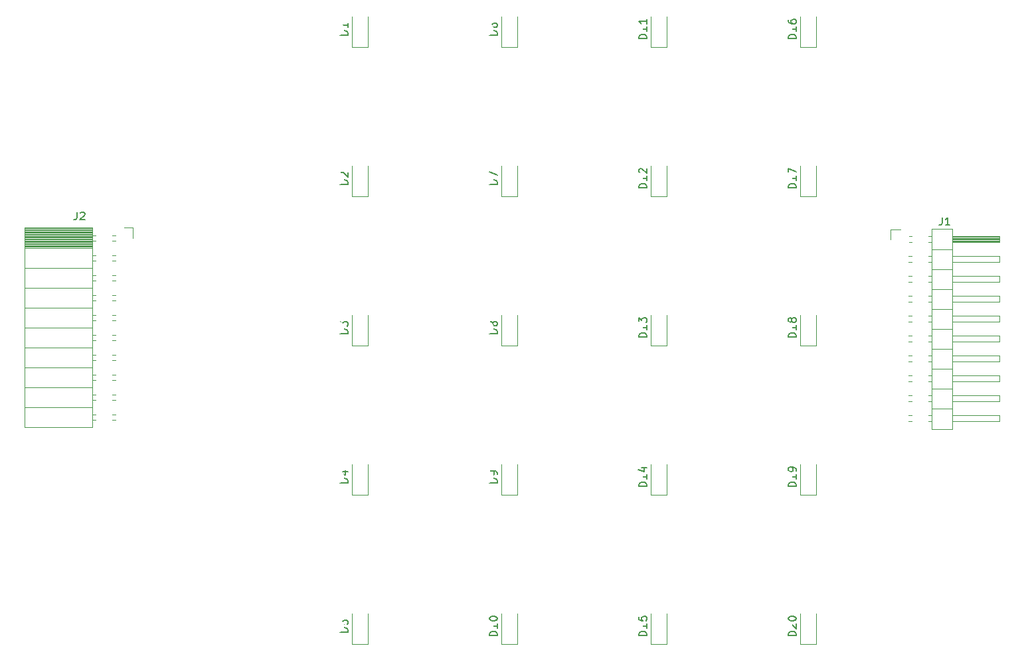
<source format=gto>
G04 #@! TF.GenerationSoftware,KiCad,Pcbnew,(6.0.9)*
G04 #@! TF.CreationDate,2023-03-10T16:48:27-06:00*
G04 #@! TF.ProjectId,Number Pad,4e756d62-6572-4205-9061-642e6b696361,rev?*
G04 #@! TF.SameCoordinates,Original*
G04 #@! TF.FileFunction,Legend,Top*
G04 #@! TF.FilePolarity,Positive*
%FSLAX46Y46*%
G04 Gerber Fmt 4.6, Leading zero omitted, Abs format (unit mm)*
G04 Created by KiCad (PCBNEW (6.0.9)) date 2023-03-10 16:48:27*
%MOMM*%
%LPD*%
G01*
G04 APERTURE LIST*
%ADD10C,0.150000*%
%ADD11C,0.120000*%
%ADD12C,3.987800*%
%ADD13C,1.750000*%
%ADD14R,1.200000X0.900000*%
%ADD15R,1.700000X1.700000*%
%ADD16O,1.700000X1.700000*%
G04 APERTURE END LIST*
D10*
X75446130Y-25344345D02*
X74446130Y-25344345D01*
X74446130Y-25106250D01*
X74493750Y-24963392D01*
X74588988Y-24868154D01*
X74684226Y-24820535D01*
X74874702Y-24772916D01*
X75017559Y-24772916D01*
X75208035Y-24820535D01*
X75303273Y-24868154D01*
X75398511Y-24963392D01*
X75446130Y-25106250D01*
X75446130Y-25344345D01*
X74446130Y-23915773D02*
X74446130Y-24106250D01*
X74493750Y-24201488D01*
X74541369Y-24249107D01*
X74684226Y-24344345D01*
X74874702Y-24391964D01*
X75255654Y-24391964D01*
X75350892Y-24344345D01*
X75398511Y-24296726D01*
X75446130Y-24201488D01*
X75446130Y-24011011D01*
X75398511Y-23915773D01*
X75350892Y-23868154D01*
X75255654Y-23820535D01*
X75017559Y-23820535D01*
X74922321Y-23868154D01*
X74874702Y-23915773D01*
X74827083Y-24011011D01*
X74827083Y-24201488D01*
X74874702Y-24296726D01*
X74922321Y-24344345D01*
X75017559Y-24391964D01*
X113546130Y-102020535D02*
X112546130Y-102020535D01*
X112546130Y-101782440D01*
X112593750Y-101639583D01*
X112688988Y-101544345D01*
X112784226Y-101496726D01*
X112974702Y-101449107D01*
X113117559Y-101449107D01*
X113308035Y-101496726D01*
X113403273Y-101544345D01*
X113498511Y-101639583D01*
X113546130Y-101782440D01*
X113546130Y-102020535D01*
X112641369Y-101068154D02*
X112593750Y-101020535D01*
X112546130Y-100925297D01*
X112546130Y-100687202D01*
X112593750Y-100591964D01*
X112641369Y-100544345D01*
X112736607Y-100496726D01*
X112831845Y-100496726D01*
X112974702Y-100544345D01*
X113546130Y-101115773D01*
X113546130Y-100496726D01*
X112546130Y-99877678D02*
X112546130Y-99782440D01*
X112593750Y-99687202D01*
X112641369Y-99639583D01*
X112736607Y-99591964D01*
X112927083Y-99544345D01*
X113165178Y-99544345D01*
X113355654Y-99591964D01*
X113450892Y-99639583D01*
X113498511Y-99687202D01*
X113546130Y-99782440D01*
X113546130Y-99877678D01*
X113498511Y-99972916D01*
X113450892Y-100020535D01*
X113355654Y-100068154D01*
X113165178Y-100115773D01*
X112927083Y-100115773D01*
X112736607Y-100068154D01*
X112641369Y-100020535D01*
X112593750Y-99972916D01*
X112546130Y-99877678D01*
X75446130Y-63444345D02*
X74446130Y-63444345D01*
X74446130Y-63206250D01*
X74493750Y-63063392D01*
X74588988Y-62968154D01*
X74684226Y-62920535D01*
X74874702Y-62872916D01*
X75017559Y-62872916D01*
X75208035Y-62920535D01*
X75303273Y-62968154D01*
X75398511Y-63063392D01*
X75446130Y-63206250D01*
X75446130Y-63444345D01*
X74874702Y-62301488D02*
X74827083Y-62396726D01*
X74779464Y-62444345D01*
X74684226Y-62491964D01*
X74636607Y-62491964D01*
X74541369Y-62444345D01*
X74493750Y-62396726D01*
X74446130Y-62301488D01*
X74446130Y-62111011D01*
X74493750Y-62015773D01*
X74541369Y-61968154D01*
X74636607Y-61920535D01*
X74684226Y-61920535D01*
X74779464Y-61968154D01*
X74827083Y-62015773D01*
X74874702Y-62111011D01*
X74874702Y-62301488D01*
X74922321Y-62396726D01*
X74969940Y-62444345D01*
X75065178Y-62491964D01*
X75255654Y-62491964D01*
X75350892Y-62444345D01*
X75398511Y-62396726D01*
X75446130Y-62301488D01*
X75446130Y-62111011D01*
X75398511Y-62015773D01*
X75350892Y-61968154D01*
X75255654Y-61920535D01*
X75065178Y-61920535D01*
X74969940Y-61968154D01*
X74922321Y-62015773D01*
X74874702Y-62111011D01*
X56396130Y-63444345D02*
X55396130Y-63444345D01*
X55396130Y-63206250D01*
X55443750Y-63063392D01*
X55538988Y-62968154D01*
X55634226Y-62920535D01*
X55824702Y-62872916D01*
X55967559Y-62872916D01*
X56158035Y-62920535D01*
X56253273Y-62968154D01*
X56348511Y-63063392D01*
X56396130Y-63206250D01*
X56396130Y-63444345D01*
X55396130Y-62539583D02*
X55396130Y-61920535D01*
X55777083Y-62253869D01*
X55777083Y-62111011D01*
X55824702Y-62015773D01*
X55872321Y-61968154D01*
X55967559Y-61920535D01*
X56205654Y-61920535D01*
X56300892Y-61968154D01*
X56348511Y-62015773D01*
X56396130Y-62111011D01*
X56396130Y-62396726D01*
X56348511Y-62491964D01*
X56300892Y-62539583D01*
X132162916Y-48617380D02*
X132162916Y-49331666D01*
X132115297Y-49474523D01*
X132020059Y-49569761D01*
X131877202Y-49617380D01*
X131781964Y-49617380D01*
X133162916Y-49617380D02*
X132591488Y-49617380D01*
X132877202Y-49617380D02*
X132877202Y-48617380D01*
X132781964Y-48760238D01*
X132686726Y-48855476D01*
X132591488Y-48903095D01*
X56396130Y-82494345D02*
X55396130Y-82494345D01*
X55396130Y-82256250D01*
X55443750Y-82113392D01*
X55538988Y-82018154D01*
X55634226Y-81970535D01*
X55824702Y-81922916D01*
X55967559Y-81922916D01*
X56158035Y-81970535D01*
X56253273Y-82018154D01*
X56348511Y-82113392D01*
X56396130Y-82256250D01*
X56396130Y-82494345D01*
X55729464Y-81065773D02*
X56396130Y-81065773D01*
X55348511Y-81303869D02*
X56062797Y-81541964D01*
X56062797Y-80922916D01*
X94496130Y-102020535D02*
X93496130Y-102020535D01*
X93496130Y-101782440D01*
X93543750Y-101639583D01*
X93638988Y-101544345D01*
X93734226Y-101496726D01*
X93924702Y-101449107D01*
X94067559Y-101449107D01*
X94258035Y-101496726D01*
X94353273Y-101544345D01*
X94448511Y-101639583D01*
X94496130Y-101782440D01*
X94496130Y-102020535D01*
X94496130Y-100496726D02*
X94496130Y-101068154D01*
X94496130Y-100782440D02*
X93496130Y-100782440D01*
X93638988Y-100877678D01*
X93734226Y-100972916D01*
X93781845Y-101068154D01*
X93496130Y-99591964D02*
X93496130Y-100068154D01*
X93972321Y-100115773D01*
X93924702Y-100068154D01*
X93877083Y-99972916D01*
X93877083Y-99734821D01*
X93924702Y-99639583D01*
X93972321Y-99591964D01*
X94067559Y-99544345D01*
X94305654Y-99544345D01*
X94400892Y-99591964D01*
X94448511Y-99639583D01*
X94496130Y-99734821D01*
X94496130Y-99972916D01*
X94448511Y-100068154D01*
X94400892Y-100115773D01*
X113546130Y-25820535D02*
X112546130Y-25820535D01*
X112546130Y-25582440D01*
X112593750Y-25439583D01*
X112688988Y-25344345D01*
X112784226Y-25296726D01*
X112974702Y-25249107D01*
X113117559Y-25249107D01*
X113308035Y-25296726D01*
X113403273Y-25344345D01*
X113498511Y-25439583D01*
X113546130Y-25582440D01*
X113546130Y-25820535D01*
X113546130Y-24296726D02*
X113546130Y-24868154D01*
X113546130Y-24582440D02*
X112546130Y-24582440D01*
X112688988Y-24677678D01*
X112784226Y-24772916D01*
X112831845Y-24868154D01*
X112546130Y-23439583D02*
X112546130Y-23630059D01*
X112593750Y-23725297D01*
X112641369Y-23772916D01*
X112784226Y-23868154D01*
X112974702Y-23915773D01*
X113355654Y-23915773D01*
X113450892Y-23868154D01*
X113498511Y-23820535D01*
X113546130Y-23725297D01*
X113546130Y-23534821D01*
X113498511Y-23439583D01*
X113450892Y-23391964D01*
X113355654Y-23344345D01*
X113117559Y-23344345D01*
X113022321Y-23391964D01*
X112974702Y-23439583D01*
X112927083Y-23534821D01*
X112927083Y-23725297D01*
X112974702Y-23820535D01*
X113022321Y-23868154D01*
X113117559Y-23915773D01*
X113546130Y-82970535D02*
X112546130Y-82970535D01*
X112546130Y-82732440D01*
X112593750Y-82589583D01*
X112688988Y-82494345D01*
X112784226Y-82446726D01*
X112974702Y-82399107D01*
X113117559Y-82399107D01*
X113308035Y-82446726D01*
X113403273Y-82494345D01*
X113498511Y-82589583D01*
X113546130Y-82732440D01*
X113546130Y-82970535D01*
X113546130Y-81446726D02*
X113546130Y-82018154D01*
X113546130Y-81732440D02*
X112546130Y-81732440D01*
X112688988Y-81827678D01*
X112784226Y-81922916D01*
X112831845Y-82018154D01*
X113546130Y-80970535D02*
X113546130Y-80780059D01*
X113498511Y-80684821D01*
X113450892Y-80637202D01*
X113308035Y-80541964D01*
X113117559Y-80494345D01*
X112736607Y-80494345D01*
X112641369Y-80541964D01*
X112593750Y-80589583D01*
X112546130Y-80684821D01*
X112546130Y-80875297D01*
X112593750Y-80970535D01*
X112641369Y-81018154D01*
X112736607Y-81065773D01*
X112974702Y-81065773D01*
X113069940Y-81018154D01*
X113117559Y-80970535D01*
X113165178Y-80875297D01*
X113165178Y-80684821D01*
X113117559Y-80589583D01*
X113069940Y-80541964D01*
X112974702Y-80494345D01*
X113546130Y-44870535D02*
X112546130Y-44870535D01*
X112546130Y-44632440D01*
X112593750Y-44489583D01*
X112688988Y-44394345D01*
X112784226Y-44346726D01*
X112974702Y-44299107D01*
X113117559Y-44299107D01*
X113308035Y-44346726D01*
X113403273Y-44394345D01*
X113498511Y-44489583D01*
X113546130Y-44632440D01*
X113546130Y-44870535D01*
X113546130Y-43346726D02*
X113546130Y-43918154D01*
X113546130Y-43632440D02*
X112546130Y-43632440D01*
X112688988Y-43727678D01*
X112784226Y-43822916D01*
X112831845Y-43918154D01*
X112546130Y-43013392D02*
X112546130Y-42346726D01*
X113546130Y-42775297D01*
X75446130Y-102020535D02*
X74446130Y-102020535D01*
X74446130Y-101782440D01*
X74493750Y-101639583D01*
X74588988Y-101544345D01*
X74684226Y-101496726D01*
X74874702Y-101449107D01*
X75017559Y-101449107D01*
X75208035Y-101496726D01*
X75303273Y-101544345D01*
X75398511Y-101639583D01*
X75446130Y-101782440D01*
X75446130Y-102020535D01*
X75446130Y-100496726D02*
X75446130Y-101068154D01*
X75446130Y-100782440D02*
X74446130Y-100782440D01*
X74588988Y-100877678D01*
X74684226Y-100972916D01*
X74731845Y-101068154D01*
X74446130Y-99877678D02*
X74446130Y-99782440D01*
X74493750Y-99687202D01*
X74541369Y-99639583D01*
X74636607Y-99591964D01*
X74827083Y-99544345D01*
X75065178Y-99544345D01*
X75255654Y-99591964D01*
X75350892Y-99639583D01*
X75398511Y-99687202D01*
X75446130Y-99782440D01*
X75446130Y-99877678D01*
X75398511Y-99972916D01*
X75350892Y-100020535D01*
X75255654Y-100068154D01*
X75065178Y-100115773D01*
X74827083Y-100115773D01*
X74636607Y-100068154D01*
X74541369Y-100020535D01*
X74493750Y-99972916D01*
X74446130Y-99877678D01*
X113546130Y-63920535D02*
X112546130Y-63920535D01*
X112546130Y-63682440D01*
X112593750Y-63539583D01*
X112688988Y-63444345D01*
X112784226Y-63396726D01*
X112974702Y-63349107D01*
X113117559Y-63349107D01*
X113308035Y-63396726D01*
X113403273Y-63444345D01*
X113498511Y-63539583D01*
X113546130Y-63682440D01*
X113546130Y-63920535D01*
X113546130Y-62396726D02*
X113546130Y-62968154D01*
X113546130Y-62682440D02*
X112546130Y-62682440D01*
X112688988Y-62777678D01*
X112784226Y-62872916D01*
X112831845Y-62968154D01*
X112974702Y-61825297D02*
X112927083Y-61920535D01*
X112879464Y-61968154D01*
X112784226Y-62015773D01*
X112736607Y-62015773D01*
X112641369Y-61968154D01*
X112593750Y-61920535D01*
X112546130Y-61825297D01*
X112546130Y-61634821D01*
X112593750Y-61539583D01*
X112641369Y-61491964D01*
X112736607Y-61444345D01*
X112784226Y-61444345D01*
X112879464Y-61491964D01*
X112927083Y-61539583D01*
X112974702Y-61634821D01*
X112974702Y-61825297D01*
X113022321Y-61920535D01*
X113069940Y-61968154D01*
X113165178Y-62015773D01*
X113355654Y-62015773D01*
X113450892Y-61968154D01*
X113498511Y-61920535D01*
X113546130Y-61825297D01*
X113546130Y-61634821D01*
X113498511Y-61539583D01*
X113450892Y-61491964D01*
X113355654Y-61444345D01*
X113165178Y-61444345D01*
X113069940Y-61491964D01*
X113022321Y-61539583D01*
X112974702Y-61634821D01*
X94496130Y-82970535D02*
X93496130Y-82970535D01*
X93496130Y-82732440D01*
X93543750Y-82589583D01*
X93638988Y-82494345D01*
X93734226Y-82446726D01*
X93924702Y-82399107D01*
X94067559Y-82399107D01*
X94258035Y-82446726D01*
X94353273Y-82494345D01*
X94448511Y-82589583D01*
X94496130Y-82732440D01*
X94496130Y-82970535D01*
X94496130Y-81446726D02*
X94496130Y-82018154D01*
X94496130Y-81732440D02*
X93496130Y-81732440D01*
X93638988Y-81827678D01*
X93734226Y-81922916D01*
X93781845Y-82018154D01*
X93829464Y-80589583D02*
X94496130Y-80589583D01*
X93448511Y-80827678D02*
X94162797Y-81065773D01*
X94162797Y-80446726D01*
X94496130Y-63920535D02*
X93496130Y-63920535D01*
X93496130Y-63682440D01*
X93543750Y-63539583D01*
X93638988Y-63444345D01*
X93734226Y-63396726D01*
X93924702Y-63349107D01*
X94067559Y-63349107D01*
X94258035Y-63396726D01*
X94353273Y-63444345D01*
X94448511Y-63539583D01*
X94496130Y-63682440D01*
X94496130Y-63920535D01*
X94496130Y-62396726D02*
X94496130Y-62968154D01*
X94496130Y-62682440D02*
X93496130Y-62682440D01*
X93638988Y-62777678D01*
X93734226Y-62872916D01*
X93781845Y-62968154D01*
X93496130Y-62063392D02*
X93496130Y-61444345D01*
X93877083Y-61777678D01*
X93877083Y-61634821D01*
X93924702Y-61539583D01*
X93972321Y-61491964D01*
X94067559Y-61444345D01*
X94305654Y-61444345D01*
X94400892Y-61491964D01*
X94448511Y-61539583D01*
X94496130Y-61634821D01*
X94496130Y-61920535D01*
X94448511Y-62015773D01*
X94400892Y-62063392D01*
X75446130Y-82494345D02*
X74446130Y-82494345D01*
X74446130Y-82256250D01*
X74493750Y-82113392D01*
X74588988Y-82018154D01*
X74684226Y-81970535D01*
X74874702Y-81922916D01*
X75017559Y-81922916D01*
X75208035Y-81970535D01*
X75303273Y-82018154D01*
X75398511Y-82113392D01*
X75446130Y-82256250D01*
X75446130Y-82494345D01*
X75446130Y-81446726D02*
X75446130Y-81256250D01*
X75398511Y-81161011D01*
X75350892Y-81113392D01*
X75208035Y-81018154D01*
X75017559Y-80970535D01*
X74636607Y-80970535D01*
X74541369Y-81018154D01*
X74493750Y-81065773D01*
X74446130Y-81161011D01*
X74446130Y-81351488D01*
X74493750Y-81446726D01*
X74541369Y-81494345D01*
X74636607Y-81541964D01*
X74874702Y-81541964D01*
X74969940Y-81494345D01*
X75017559Y-81446726D01*
X75065178Y-81351488D01*
X75065178Y-81161011D01*
X75017559Y-81065773D01*
X74969940Y-81018154D01*
X74874702Y-80970535D01*
X21866666Y-47938630D02*
X21866666Y-48652916D01*
X21819047Y-48795773D01*
X21723809Y-48891011D01*
X21580952Y-48938630D01*
X21485714Y-48938630D01*
X22295238Y-48033869D02*
X22342857Y-47986250D01*
X22438095Y-47938630D01*
X22676190Y-47938630D01*
X22771428Y-47986250D01*
X22819047Y-48033869D01*
X22866666Y-48129107D01*
X22866666Y-48224345D01*
X22819047Y-48367202D01*
X22247619Y-48938630D01*
X22866666Y-48938630D01*
X56396130Y-101544345D02*
X55396130Y-101544345D01*
X55396130Y-101306250D01*
X55443750Y-101163392D01*
X55538988Y-101068154D01*
X55634226Y-101020535D01*
X55824702Y-100972916D01*
X55967559Y-100972916D01*
X56158035Y-101020535D01*
X56253273Y-101068154D01*
X56348511Y-101163392D01*
X56396130Y-101306250D01*
X56396130Y-101544345D01*
X55396130Y-100068154D02*
X55396130Y-100544345D01*
X55872321Y-100591964D01*
X55824702Y-100544345D01*
X55777083Y-100449107D01*
X55777083Y-100211011D01*
X55824702Y-100115773D01*
X55872321Y-100068154D01*
X55967559Y-100020535D01*
X56205654Y-100020535D01*
X56300892Y-100068154D01*
X56348511Y-100115773D01*
X56396130Y-100211011D01*
X56396130Y-100449107D01*
X56348511Y-100544345D01*
X56300892Y-100591964D01*
X94496130Y-44870535D02*
X93496130Y-44870535D01*
X93496130Y-44632440D01*
X93543750Y-44489583D01*
X93638988Y-44394345D01*
X93734226Y-44346726D01*
X93924702Y-44299107D01*
X94067559Y-44299107D01*
X94258035Y-44346726D01*
X94353273Y-44394345D01*
X94448511Y-44489583D01*
X94496130Y-44632440D01*
X94496130Y-44870535D01*
X94496130Y-43346726D02*
X94496130Y-43918154D01*
X94496130Y-43632440D02*
X93496130Y-43632440D01*
X93638988Y-43727678D01*
X93734226Y-43822916D01*
X93781845Y-43918154D01*
X93591369Y-42965773D02*
X93543750Y-42918154D01*
X93496130Y-42822916D01*
X93496130Y-42584821D01*
X93543750Y-42489583D01*
X93591369Y-42441964D01*
X93686607Y-42394345D01*
X93781845Y-42394345D01*
X93924702Y-42441964D01*
X94496130Y-43013392D01*
X94496130Y-42394345D01*
X56396130Y-25344345D02*
X55396130Y-25344345D01*
X55396130Y-25106250D01*
X55443750Y-24963392D01*
X55538988Y-24868154D01*
X55634226Y-24820535D01*
X55824702Y-24772916D01*
X55967559Y-24772916D01*
X56158035Y-24820535D01*
X56253273Y-24868154D01*
X56348511Y-24963392D01*
X56396130Y-25106250D01*
X56396130Y-25344345D01*
X56396130Y-23820535D02*
X56396130Y-24391964D01*
X56396130Y-24106250D02*
X55396130Y-24106250D01*
X55538988Y-24201488D01*
X55634226Y-24296726D01*
X55681845Y-24391964D01*
X56396130Y-44394345D02*
X55396130Y-44394345D01*
X55396130Y-44156250D01*
X55443750Y-44013392D01*
X55538988Y-43918154D01*
X55634226Y-43870535D01*
X55824702Y-43822916D01*
X55967559Y-43822916D01*
X56158035Y-43870535D01*
X56253273Y-43918154D01*
X56348511Y-44013392D01*
X56396130Y-44156250D01*
X56396130Y-44394345D01*
X55491369Y-43441964D02*
X55443750Y-43394345D01*
X55396130Y-43299107D01*
X55396130Y-43061011D01*
X55443750Y-42965773D01*
X55491369Y-42918154D01*
X55586607Y-42870535D01*
X55681845Y-42870535D01*
X55824702Y-42918154D01*
X56396130Y-43489583D01*
X56396130Y-42870535D01*
X94496130Y-25820535D02*
X93496130Y-25820535D01*
X93496130Y-25582440D01*
X93543750Y-25439583D01*
X93638988Y-25344345D01*
X93734226Y-25296726D01*
X93924702Y-25249107D01*
X94067559Y-25249107D01*
X94258035Y-25296726D01*
X94353273Y-25344345D01*
X94448511Y-25439583D01*
X94496130Y-25582440D01*
X94496130Y-25820535D01*
X94496130Y-24296726D02*
X94496130Y-24868154D01*
X94496130Y-24582440D02*
X93496130Y-24582440D01*
X93638988Y-24677678D01*
X93734226Y-24772916D01*
X93781845Y-24868154D01*
X94496130Y-23344345D02*
X94496130Y-23915773D01*
X94496130Y-23630059D02*
X93496130Y-23630059D01*
X93638988Y-23725297D01*
X93734226Y-23820535D01*
X93781845Y-23915773D01*
X75446130Y-44394345D02*
X74446130Y-44394345D01*
X74446130Y-44156250D01*
X74493750Y-44013392D01*
X74588988Y-43918154D01*
X74684226Y-43870535D01*
X74874702Y-43822916D01*
X75017559Y-43822916D01*
X75208035Y-43870535D01*
X75303273Y-43918154D01*
X75398511Y-44013392D01*
X75446130Y-44156250D01*
X75446130Y-44394345D01*
X74446130Y-43489583D02*
X74446130Y-42822916D01*
X75446130Y-43251488D01*
D11*
X75993750Y-26856250D02*
X75993750Y-22956250D01*
X75993750Y-26856250D02*
X77993750Y-26856250D01*
X77993750Y-26856250D02*
X77993750Y-22956250D01*
X114093750Y-103056250D02*
X114093750Y-99156250D01*
X116093750Y-103056250D02*
X116093750Y-99156250D01*
X114093750Y-103056250D02*
X116093750Y-103056250D01*
X77993750Y-64956250D02*
X77993750Y-61056250D01*
X75993750Y-64956250D02*
X75993750Y-61056250D01*
X75993750Y-64956250D02*
X77993750Y-64956250D01*
X56943750Y-64956250D02*
X58943750Y-64956250D01*
X58943750Y-64956250D02*
X58943750Y-61056250D01*
X56943750Y-64956250D02*
X56943750Y-61056250D01*
X127884179Y-53595000D02*
X128338321Y-53595000D01*
X139481250Y-53595000D02*
X139481250Y-54355000D01*
X139481250Y-64515000D02*
X133481250Y-64515000D01*
X130424179Y-61215000D02*
X130821250Y-61215000D01*
X139481250Y-58675000D02*
X139481250Y-59435000D01*
X127884179Y-59435000D02*
X128338321Y-59435000D01*
X139481250Y-67055000D02*
X133481250Y-67055000D01*
X127884179Y-74675000D02*
X128338321Y-74675000D01*
X133481250Y-51355000D02*
X139481250Y-51355000D01*
X130424179Y-63755000D02*
X130821250Y-63755000D01*
X127884179Y-54355000D02*
X128338321Y-54355000D01*
X139481250Y-51815000D02*
X133481250Y-51815000D01*
X127884179Y-63755000D02*
X128338321Y-63755000D01*
X130424179Y-74675000D02*
X130821250Y-74675000D01*
X130424179Y-64515000D02*
X130821250Y-64515000D01*
X139481250Y-51055000D02*
X139481250Y-51815000D01*
X130424179Y-56135000D02*
X130821250Y-56135000D01*
X133481250Y-58675000D02*
X139481250Y-58675000D01*
X133481250Y-50105000D02*
X130821250Y-50105000D01*
X130821250Y-70485000D02*
X133481250Y-70485000D01*
X130424179Y-72135000D02*
X130821250Y-72135000D01*
X127884179Y-71375000D02*
X128338321Y-71375000D01*
X127884179Y-68835000D02*
X128338321Y-68835000D01*
X139481250Y-69595000D02*
X133481250Y-69595000D01*
X133481250Y-53595000D02*
X139481250Y-53595000D01*
X130821250Y-50105000D02*
X130821250Y-75625000D01*
X130424179Y-56895000D02*
X130821250Y-56895000D01*
X139481250Y-61975000D02*
X133481250Y-61975000D01*
X130424179Y-51055000D02*
X130821250Y-51055000D01*
X139481250Y-56895000D02*
X133481250Y-56895000D01*
X130821250Y-65405000D02*
X133481250Y-65405000D01*
X127884179Y-66295000D02*
X128338321Y-66295000D01*
X130424179Y-67055000D02*
X130821250Y-67055000D01*
X130424179Y-68835000D02*
X130821250Y-68835000D01*
X133481250Y-63755000D02*
X139481250Y-63755000D01*
X130821250Y-52705000D02*
X133481250Y-52705000D01*
X130424179Y-71375000D02*
X130821250Y-71375000D01*
X139481250Y-59435000D02*
X133481250Y-59435000D01*
X130424179Y-61975000D02*
X130821250Y-61975000D01*
X127884179Y-56135000D02*
X128338321Y-56135000D01*
X130424179Y-53595000D02*
X130821250Y-53595000D01*
X130821250Y-60325000D02*
X133481250Y-60325000D01*
X125571250Y-51435000D02*
X125571250Y-50165000D01*
X139481250Y-74675000D02*
X133481250Y-74675000D01*
X127884179Y-69595000D02*
X128338321Y-69595000D01*
X130821250Y-57785000D02*
X133481250Y-57785000D01*
X139481250Y-54355000D02*
X133481250Y-54355000D01*
X125571250Y-50165000D02*
X126841250Y-50165000D01*
X130424179Y-66295000D02*
X130821250Y-66295000D01*
X130424179Y-69595000D02*
X130821250Y-69595000D01*
X133481250Y-51475000D02*
X139481250Y-51475000D01*
X127884179Y-67055000D02*
X128338321Y-67055000D01*
X127951250Y-51055000D02*
X128338321Y-51055000D01*
X139481250Y-68835000D02*
X139481250Y-69595000D01*
X133481250Y-51715000D02*
X139481250Y-51715000D01*
X133481250Y-51055000D02*
X139481250Y-51055000D01*
X130424179Y-73915000D02*
X130821250Y-73915000D01*
X130424179Y-54355000D02*
X130821250Y-54355000D01*
X139481250Y-63755000D02*
X139481250Y-64515000D01*
X130424179Y-59435000D02*
X130821250Y-59435000D01*
X127884179Y-61975000D02*
X128338321Y-61975000D01*
X133481250Y-51235000D02*
X139481250Y-51235000D01*
X127884179Y-58675000D02*
X128338321Y-58675000D01*
X133481250Y-71375000D02*
X139481250Y-71375000D01*
X127884179Y-72135000D02*
X128338321Y-72135000D01*
X133481250Y-56135000D02*
X139481250Y-56135000D01*
X127884179Y-64515000D02*
X128338321Y-64515000D01*
X127884179Y-73915000D02*
X128338321Y-73915000D01*
X139481250Y-72135000D02*
X133481250Y-72135000D01*
X127884179Y-61215000D02*
X128338321Y-61215000D01*
X130821250Y-75625000D02*
X133481250Y-75625000D01*
X133481250Y-51115000D02*
X139481250Y-51115000D01*
X139481250Y-56135000D02*
X139481250Y-56895000D01*
X130424179Y-58675000D02*
X130821250Y-58675000D01*
X133481250Y-61215000D02*
X139481250Y-61215000D01*
X139481250Y-61215000D02*
X139481250Y-61975000D01*
X127884179Y-56895000D02*
X128338321Y-56895000D01*
X130821250Y-73025000D02*
X133481250Y-73025000D01*
X139481250Y-73915000D02*
X139481250Y-74675000D01*
X133481250Y-66295000D02*
X139481250Y-66295000D01*
X133481250Y-51595000D02*
X139481250Y-51595000D01*
X130821250Y-62865000D02*
X133481250Y-62865000D01*
X139481250Y-66295000D02*
X139481250Y-67055000D01*
X130821250Y-67945000D02*
X133481250Y-67945000D01*
X130821250Y-55245000D02*
X133481250Y-55245000D01*
X133481250Y-73915000D02*
X139481250Y-73915000D01*
X133481250Y-75625000D02*
X133481250Y-50105000D01*
X133481250Y-68835000D02*
X139481250Y-68835000D01*
X127951250Y-51815000D02*
X128338321Y-51815000D01*
X130424179Y-51815000D02*
X130821250Y-51815000D01*
X139481250Y-71375000D02*
X139481250Y-72135000D01*
X56943750Y-84006250D02*
X56943750Y-80106250D01*
X56943750Y-84006250D02*
X58943750Y-84006250D01*
X58943750Y-84006250D02*
X58943750Y-80106250D01*
X95043750Y-103056250D02*
X95043750Y-99156250D01*
X97043750Y-103056250D02*
X97043750Y-99156250D01*
X95043750Y-103056250D02*
X97043750Y-103056250D01*
X116093750Y-26856250D02*
X116093750Y-22956250D01*
X114093750Y-26856250D02*
X114093750Y-22956250D01*
X114093750Y-26856250D02*
X116093750Y-26856250D01*
X116093750Y-84006250D02*
X116093750Y-80106250D01*
X114093750Y-84006250D02*
X116093750Y-84006250D01*
X114093750Y-84006250D02*
X114093750Y-80106250D01*
X116093750Y-45906250D02*
X116093750Y-42006250D01*
X114093750Y-45906250D02*
X116093750Y-45906250D01*
X114093750Y-45906250D02*
X114093750Y-42006250D01*
X75993750Y-103056250D02*
X77993750Y-103056250D01*
X77993750Y-103056250D02*
X77993750Y-99156250D01*
X75993750Y-103056250D02*
X75993750Y-99156250D01*
X114093750Y-64956250D02*
X116093750Y-64956250D01*
X114093750Y-64956250D02*
X114093750Y-61056250D01*
X116093750Y-64956250D02*
X116093750Y-61056250D01*
X95043750Y-84006250D02*
X95043750Y-80106250D01*
X95043750Y-84006250D02*
X97043750Y-84006250D01*
X97043750Y-84006250D02*
X97043750Y-80106250D01*
X95043750Y-64956250D02*
X95043750Y-61056250D01*
X95043750Y-64956250D02*
X97043750Y-64956250D01*
X97043750Y-64956250D02*
X97043750Y-61056250D01*
X75993750Y-84006250D02*
X75993750Y-80106250D01*
X75993750Y-84006250D02*
X77993750Y-84006250D01*
X77993750Y-84006250D02*
X77993750Y-80106250D01*
X23850000Y-61056250D02*
X24260000Y-61056250D01*
X26360000Y-53436250D02*
X26800000Y-53436250D01*
X26360000Y-55976250D02*
X26800000Y-55976250D01*
X23850000Y-51616250D02*
X24260000Y-51616250D01*
X26360000Y-71216250D02*
X26800000Y-71216250D01*
X26360000Y-63596250D02*
X26800000Y-63596250D01*
X26360000Y-61056250D02*
X26800000Y-61056250D01*
X15220000Y-51227200D02*
X23850000Y-51227200D01*
X26360000Y-56696250D02*
X26800000Y-56696250D01*
X15220000Y-50282440D02*
X23850000Y-50282440D01*
X15220000Y-75446250D02*
X23850000Y-75446250D01*
X23850000Y-56696250D02*
X24260000Y-56696250D01*
X15220000Y-51109105D02*
X23850000Y-51109105D01*
X15220000Y-67766250D02*
X23850000Y-67766250D01*
X23850000Y-50896250D02*
X24260000Y-50896250D01*
X15220000Y-52171960D02*
X23850000Y-52171960D01*
X23850000Y-59236250D02*
X24260000Y-59236250D01*
X15220000Y-49926250D02*
X15220000Y-75446250D01*
X15220000Y-51935770D02*
X23850000Y-51935770D01*
X15220000Y-50518630D02*
X23850000Y-50518630D01*
X15220000Y-49926250D02*
X23850000Y-49926250D01*
X28960000Y-49926250D02*
X28960000Y-51256250D01*
X23850000Y-58516250D02*
X24260000Y-58516250D01*
X23850000Y-73756250D02*
X24260000Y-73756250D01*
X15220000Y-51699580D02*
X23850000Y-51699580D01*
X26360000Y-71936250D02*
X26800000Y-71936250D01*
X26360000Y-66136250D02*
X26800000Y-66136250D01*
X15220000Y-52408150D02*
X23850000Y-52408150D01*
X23850000Y-66136250D02*
X24260000Y-66136250D01*
X23850000Y-61776250D02*
X24260000Y-61776250D01*
X26360000Y-68676250D02*
X26800000Y-68676250D01*
X23850000Y-53436250D02*
X24260000Y-53436250D01*
X26360000Y-59236250D02*
X26800000Y-59236250D01*
X15220000Y-62686250D02*
X23850000Y-62686250D01*
X23850000Y-71216250D02*
X24260000Y-71216250D01*
X26360000Y-69396250D02*
X26800000Y-69396250D01*
X15220000Y-57606250D02*
X23850000Y-57606250D01*
X26360000Y-64316250D02*
X26800000Y-64316250D01*
X15220000Y-72846250D02*
X23850000Y-72846250D01*
X23850000Y-66856250D02*
X24260000Y-66856250D01*
X15220000Y-60146250D02*
X23850000Y-60146250D01*
X26360000Y-54156250D02*
X26800000Y-54156250D01*
X23850000Y-69396250D02*
X24260000Y-69396250D01*
X23850000Y-55976250D02*
X24260000Y-55976250D01*
X23850000Y-63596250D02*
X24260000Y-63596250D01*
X15220000Y-51581485D02*
X23850000Y-51581485D01*
X23850000Y-74476250D02*
X24260000Y-74476250D01*
X15220000Y-52290055D02*
X23850000Y-52290055D01*
X15220000Y-51463390D02*
X23850000Y-51463390D01*
X27850000Y-49926250D02*
X28960000Y-49926250D01*
X26360000Y-66856250D02*
X26800000Y-66856250D01*
X15220000Y-70306250D02*
X23850000Y-70306250D01*
X23850000Y-68676250D02*
X24260000Y-68676250D01*
X15220000Y-50754820D02*
X23850000Y-50754820D01*
X15220000Y-50400535D02*
X23850000Y-50400535D01*
X15220000Y-50164345D02*
X23850000Y-50164345D01*
X23850000Y-49926250D02*
X23850000Y-75446250D01*
X26360000Y-61776250D02*
X26800000Y-61776250D01*
X15220000Y-65226250D02*
X23850000Y-65226250D01*
X15220000Y-50872915D02*
X23850000Y-50872915D01*
X26360000Y-74476250D02*
X26800000Y-74476250D01*
X26360000Y-50896250D02*
X26740000Y-50896250D01*
X15220000Y-51817675D02*
X23850000Y-51817675D01*
X26360000Y-58516250D02*
X26800000Y-58516250D01*
X15220000Y-51345295D02*
X23850000Y-51345295D01*
X23850000Y-54156250D02*
X24260000Y-54156250D01*
X23850000Y-71936250D02*
X24260000Y-71936250D01*
X15220000Y-52526250D02*
X23850000Y-52526250D01*
X26360000Y-73756250D02*
X26800000Y-73756250D01*
X15220000Y-50636725D02*
X23850000Y-50636725D01*
X26360000Y-51616250D02*
X26740000Y-51616250D01*
X15220000Y-55066250D02*
X23850000Y-55066250D01*
X15220000Y-50046250D02*
X23850000Y-50046250D01*
X15220000Y-52053865D02*
X23850000Y-52053865D01*
X23850000Y-64316250D02*
X24260000Y-64316250D01*
X15220000Y-50991010D02*
X23850000Y-50991010D01*
X56943750Y-103056250D02*
X58943750Y-103056250D01*
X58943750Y-103056250D02*
X58943750Y-99156250D01*
X56943750Y-103056250D02*
X56943750Y-99156250D01*
X95043750Y-45906250D02*
X95043750Y-42006250D01*
X95043750Y-45906250D02*
X97043750Y-45906250D01*
X97043750Y-45906250D02*
X97043750Y-42006250D01*
X56943750Y-26856250D02*
X58943750Y-26856250D01*
X56943750Y-26856250D02*
X56943750Y-22956250D01*
X58943750Y-26856250D02*
X58943750Y-22956250D01*
X56943750Y-45906250D02*
X58943750Y-45906250D01*
X58943750Y-45906250D02*
X58943750Y-42006250D01*
X56943750Y-45906250D02*
X56943750Y-42006250D01*
X97043750Y-26856250D02*
X97043750Y-22956250D01*
X95043750Y-26856250D02*
X95043750Y-22956250D01*
X95043750Y-26856250D02*
X97043750Y-26856250D01*
X77993750Y-45906250D02*
X77993750Y-42006250D01*
X75993750Y-45906250D02*
X77993750Y-45906250D01*
X75993750Y-45906250D02*
X75993750Y-42006250D01*
%LPC*%
D12*
X50006250Y-62706250D03*
D13*
X55086250Y-62706250D03*
X44926250Y-62706250D03*
D12*
X50006250Y-43656250D03*
D13*
X55086250Y-43656250D03*
X44926250Y-43656250D03*
D14*
X76993750Y-26256250D03*
X76993750Y-22956250D03*
D12*
X88106250Y-100806250D03*
D13*
X93186250Y-100806250D03*
X83026250Y-100806250D03*
D12*
X88106250Y-62706250D03*
D13*
X93186250Y-62706250D03*
X83026250Y-62706250D03*
D14*
X115093750Y-102456250D03*
X115093750Y-99156250D03*
D13*
X102076250Y-62706250D03*
D12*
X107156250Y-62706250D03*
D13*
X112236250Y-62706250D03*
X44926250Y-81756250D03*
D12*
X50006250Y-81756250D03*
D13*
X55086250Y-81756250D03*
D12*
X88106250Y-81756250D03*
D13*
X83026250Y-81756250D03*
X93186250Y-81756250D03*
D14*
X76993750Y-64356250D03*
X76993750Y-61056250D03*
X57943750Y-64356250D03*
X57943750Y-61056250D03*
D15*
X126841250Y-51435000D03*
D16*
X129381250Y-51435000D03*
X126841250Y-53975000D03*
X129381250Y-53975000D03*
X126841250Y-56515000D03*
X129381250Y-56515000D03*
X126841250Y-59055000D03*
X129381250Y-59055000D03*
X126841250Y-61595000D03*
X129381250Y-61595000D03*
X126841250Y-64135000D03*
X129381250Y-64135000D03*
X126841250Y-66675000D03*
X129381250Y-66675000D03*
X126841250Y-69215000D03*
X129381250Y-69215000D03*
X126841250Y-71755000D03*
X129381250Y-71755000D03*
X126841250Y-74295000D03*
X129381250Y-74295000D03*
D14*
X57943750Y-83406250D03*
X57943750Y-80106250D03*
D13*
X44926250Y-100806250D03*
D12*
X50006250Y-100806250D03*
D13*
X55086250Y-100806250D03*
D14*
X96043750Y-102456250D03*
X96043750Y-99156250D03*
X115093750Y-26256250D03*
X115093750Y-22956250D03*
X115093750Y-83406250D03*
X115093750Y-80106250D03*
D13*
X63976250Y-81756250D03*
D12*
X69056250Y-81756250D03*
D13*
X74136250Y-81756250D03*
D14*
X115093750Y-45306250D03*
X115093750Y-42006250D03*
D12*
X69056250Y-24606250D03*
D13*
X63976250Y-24606250D03*
X74136250Y-24606250D03*
D12*
X69056250Y-43656250D03*
D13*
X74136250Y-43656250D03*
X63976250Y-43656250D03*
D14*
X76993750Y-102456250D03*
X76993750Y-99156250D03*
D12*
X88106250Y-43656250D03*
D13*
X93186250Y-43656250D03*
X83026250Y-43656250D03*
D12*
X50006250Y-24606250D03*
D13*
X44926250Y-24606250D03*
X55086250Y-24606250D03*
D14*
X115093750Y-64356250D03*
X115093750Y-61056250D03*
X96043750Y-83406250D03*
X96043750Y-80106250D03*
D13*
X102076250Y-43656250D03*
D12*
X107156250Y-43656250D03*
D13*
X112236250Y-43656250D03*
D14*
X96043750Y-64356250D03*
X96043750Y-61056250D03*
D13*
X102076250Y-81756250D03*
D12*
X107156250Y-81756250D03*
D13*
X112236250Y-81756250D03*
D14*
X76993750Y-83406250D03*
X76993750Y-80106250D03*
D13*
X112236250Y-100806250D03*
D12*
X107156250Y-100806250D03*
D13*
X102076250Y-100806250D03*
X63976250Y-100806250D03*
D12*
X69056250Y-100806250D03*
D13*
X74136250Y-100806250D03*
D15*
X27850000Y-51256250D03*
D16*
X25310000Y-51256250D03*
X27850000Y-53796250D03*
X25310000Y-53796250D03*
X27850000Y-56336250D03*
X25310000Y-56336250D03*
X27850000Y-58876250D03*
X25310000Y-58876250D03*
X27850000Y-61416250D03*
X25310000Y-61416250D03*
X27850000Y-63956250D03*
X25310000Y-63956250D03*
X27850000Y-66496250D03*
X25310000Y-66496250D03*
X27850000Y-69036250D03*
X25310000Y-69036250D03*
X27850000Y-71576250D03*
X25310000Y-71576250D03*
X27850000Y-74116250D03*
X25310000Y-74116250D03*
D14*
X57943750Y-102456250D03*
X57943750Y-99156250D03*
X96043750Y-45306250D03*
X96043750Y-42006250D03*
X57943750Y-26256250D03*
X57943750Y-22956250D03*
X57943750Y-45306250D03*
X57943750Y-42006250D03*
D13*
X74136250Y-62706250D03*
D12*
X69056250Y-62706250D03*
D13*
X63976250Y-62706250D03*
D14*
X96043750Y-26256250D03*
X96043750Y-22956250D03*
D13*
X102076250Y-24606250D03*
X112236250Y-24606250D03*
D12*
X107156250Y-24606250D03*
D13*
X93186250Y-24606250D03*
X83026250Y-24606250D03*
D12*
X88106250Y-24606250D03*
D14*
X76993750Y-45306250D03*
X76993750Y-42006250D03*
M02*

</source>
